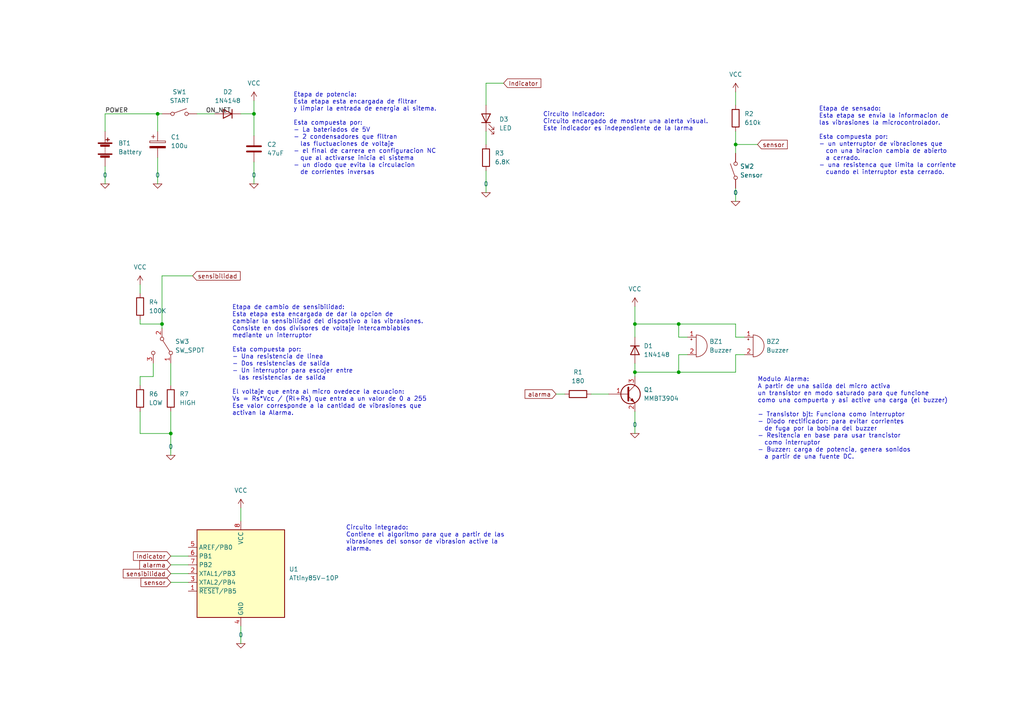
<source format=kicad_sch>
(kicad_sch (version 20211123) (generator eeschema)
  (paper "A4")
  (lib_symbols
    (symbol "Device:Battery" (pin_numbers hide) (pin_names (offset 0) hide)
      (property "Reference" "BT" (at 2.54 2.54 0))
      (property "Value" "Battery" (at 2.54 0 0))
      (symbol "Battery_0_1"
        (rectangle (start -2.032 -1.397) (end 2.032 -1.651) (fill (type outline)))
        (rectangle (start -2.032 1.778) (end 2.032 1.524) (fill (type outline)))
        (rectangle (start -1.3208 -1.9812) (end 1.27 -2.4892) (fill (type outline)))
        (rectangle (start -1.3208 1.1938) (end 1.27 0.6858) (fill (type outline)))
        (polyline (pts (xy 0 -1.524) (xy 0 -1.27)))
        (polyline (pts (xy 0 -1.016) (xy 0 -0.762)))
        (polyline (pts (xy 0 -0.508) (xy 0 -0.254)))
        (polyline (pts (xy 0 0) (xy 0 0.254)))
        (polyline (pts (xy 0 0.508) (xy 0 0.762)))
        (polyline (pts (xy 0 1.778) (xy 0 2.54)))
        (polyline (pts (xy 0.254 2.667) (xy 1.27 2.667)) (stroke (width 0.254)))
        (polyline (pts (xy 0.762 3.175) (xy 0.762 2.159)) (stroke (width 0.254)))
      )
      (symbol "Battery_1_1"
        (pin passive line (at 0 5.08 270) (length 2.54) (name "+") (number "1"))
        (pin passive line (at 0 -5.08 90) (length 2.54) (name "-") (number "2"))
      )
    )
    (symbol "Device:Buzzer" (pin_names (offset 0.0254) hide)
      (property "Reference" "BZ" (at 3.81 1.27 0))
      (property "Value" "Buzzer" (at 3.81 -1.27 0))
      (symbol "Buzzer_0_1"
        (arc (start 0 -3.175) (mid 3.175 0) (end 0 3.175))
        (polyline (pts (xy -1.651 1.905) (xy -1.143 1.905)))
        (polyline (pts (xy -1.397 2.159) (xy -1.397 1.651)))
        (polyline (pts (xy 0 3.175) (xy 0 -3.175)))
      )
      (symbol "Buzzer_1_1"
        (pin passive line (at -2.54 2.54 0) (length 2.54) (name "-") (number "1"))
        (pin passive line (at -2.54 -2.54 0) (length 2.54) (name "+") (number "2"))
      )
    )
    (symbol "Device:C" (pin_numbers hide) (pin_names (offset 0.254))
      (property "Reference" "C" (at 0.635 2.54 0))
      (property "Value" "C" (at 0.635 -2.54 0))
      (symbol "C_0_1"
        (polyline (pts (xy -2.032 -0.762) (xy 2.032 -0.762)) (stroke (width 0.508)))
        (polyline (pts (xy -2.032 0.762) (xy 2.032 0.762)) (stroke (width 0.508)))
      )
      (symbol "C_1_1"
        (pin passive line (at 0 3.81 270) (length 2.794) (name "~") (number "1"))
        (pin passive line (at 0 -3.81 90) (length 2.794) (name "~") (number "2"))
      )
    )
    (symbol "Device:C_Polarized" (pin_numbers hide) (pin_names (offset 0.254))
      (property "Reference" "C" (at 0.635 2.54 0))
      (property "Value" "C_Polarized" (at 0.635 -2.54 0))
      (symbol "C_Polarized_0_1"
        (rectangle (start -2.286 0.508) (end 2.286 1.016))
        (polyline (pts (xy -1.778 2.286) (xy -0.762 2.286)))
        (polyline (pts (xy -1.27 2.794) (xy -1.27 1.778)))
        (rectangle (start 2.286 -0.508) (end -2.286 -1.016) (fill (type outline)))
      )
      (symbol "C_Polarized_1_1"
        (pin passive line (at 0 3.81 270) (length 2.794) (name "~") (number "1"))
        (pin passive line (at 0 -3.81 90) (length 2.794) (name "~") (number "2"))
      )
    )
    (symbol "Device:LED" (pin_numbers hide) (pin_names (offset 1.016) hide)
      (property "Reference" "D" (at 0 2.54 0))
      (property "Value" "LED" (at 0 -2.54 0))
      (symbol "LED_0_1"
        (polyline (pts (xy -1.27 -1.27) (xy -1.27 1.27)) (stroke (width 0.254)))
        (polyline (pts (xy -1.27 0) (xy 1.27 0)))
        (polyline (pts (xy 1.27 -1.27) (xy 1.27 1.27) (xy -1.27 0) (xy 1.27 -1.27)) (stroke (width 0.254)))
        (polyline (pts (xy -3.048 -0.762) (xy -4.572 -2.286) (xy -3.81 -2.286) (xy -4.572 -2.286) (xy -4.572 -1.524)))
        (polyline (pts (xy -1.778 -0.762) (xy -3.302 -2.286) (xy -2.54 -2.286) (xy -3.302 -2.286) (xy -3.302 -1.524)))
      )
      (symbol "LED_1_1"
        (pin passive line (at -3.81 0 0) (length 2.54) (name "K") (number "1"))
        (pin passive line (at 3.81 0 180) (length 2.54) (name "A") (number "2"))
      )
    )
    (symbol "Device:R" (pin_numbers hide) (pin_names (offset 0))
      (property "Reference" "R" (at 2.032 0 90))
      (property "Value" "R" (at 0 0 90))
      (symbol "R_0_1"
        (rectangle (start -1.016 -2.54) (end 1.016 2.54) (stroke (width 0.254)))
      )
      (symbol "R_1_1"
        (pin passive line (at 0 3.81 270) (length 1.27) (name "~") (number "1"))
        (pin passive line (at 0 -3.81 90) (length 1.27) (name "~") (number "2"))
      )
    )
    (symbol "Diode:1N4148" (pin_numbers hide) (pin_names hide)
      (property "Reference" "D" (at 0 2.54 0))
      (property "Value" "1N4148" (at 0 -2.54 0))
      (symbol "1N4148_0_1"
        (polyline (pts (xy -1.27 1.27) (xy -1.27 -1.27)) (stroke (width 0.254)))
        (polyline (pts (xy 1.27 0) (xy -1.27 0)))
        (polyline (pts (xy 1.27 1.27) (xy 1.27 -1.27) (xy -1.27 0) (xy 1.27 1.27)) (stroke (width 0.254)))
      )
      (symbol "1N4148_1_1"
        (pin passive line (at -3.81 0 0) (length 2.54) (name "K") (number "1"))
        (pin passive line (at 3.81 0 180) (length 2.54) (name "A") (number "2"))
      )
    )
    (symbol "MCU_Microchip_ATtiny:ATtiny85V-10P"
      (property "Reference" "U" (at -12.7 13.97 0))
      (property "Value" "ATtiny85V-10P" (at 2.54 -13.97 0))
      (symbol "ATtiny85V-10P_0_1"
        (rectangle (start -12.7 -12.7) (end 12.7 12.7) (stroke (width 0.254)) (fill (type background)))
      )
      (symbol "ATtiny85V-10P_1_1"
        (pin bidirectional line (at 15.24 -5.08 180) (length 2.54) (name "~{RESET}/PB5") (number "1"))
        (pin bidirectional line (at 15.24 0 180) (length 2.54) (name "XTAL1/PB3") (number "2"))
        (pin bidirectional line (at 15.24 -2.54 180) (length 2.54) (name "XTAL2/PB4") (number "3"))
        (pin power_in line (at 0 -15.24 90) (length 2.54) (name "GND") (number "4"))
        (pin bidirectional line (at 15.24 7.62 180) (length 2.54) (name "AREF/PB0") (number "5"))
        (pin bidirectional line (at 15.24 5.08 180) (length 2.54) (name "PB1") (number "6"))
        (pin bidirectional line (at 15.24 2.54 180) (length 2.54) (name "PB2") (number "7"))
        (pin power_in line (at 0 15.24 270) (length 2.54) (name "VCC") (number "8"))
      )
    )
    (symbol "Switch:SW_SPDT" (pin_names (offset 0) hide)
      (property "Reference" "SW" (at 0 4.318 0))
      (property "Value" "SW_SPDT" (at 0 -5.08 0))
      (symbol "SW_SPDT_0_0"
        (circle (center -2.032 0) (radius 0.508))
        (circle (center 2.032 -2.54) (radius 0.508))
      )
      (symbol "SW_SPDT_0_1"
        (polyline (pts (xy -1.524 0.254) (xy 1.651 2.286)))
        (circle (center 2.032 2.54) (radius 0.508))
      )
      (symbol "SW_SPDT_1_1"
        (pin passive line (at 5.08 2.54 180) (length 2.54) (name "A") (number "1"))
        (pin passive line (at -5.08 0 0) (length 2.54) (name "B") (number "2"))
        (pin passive line (at 5.08 -2.54 180) (length 2.54) (name "C") (number "3"))
      )
    )
    (symbol "Switch:SW_custom_Push" (pin_numbers hide) (pin_names (offset 1.016) hide)
      (property "Reference" "SW" (at -0.254 3.048 0))
      (property "Value" "SW_custom_Push" (at 1.27 -1.524 0))
      (symbol "SW_custom_Push_0_1"
        (circle (center -0.762 0) (radius 0.508))
        (polyline (pts (xy -0.254 0.254) (xy 3.302 1.524)))
        (circle (center 3.302 0) (radius 0.508))
        (pin passive line (at -3.81 0 0) (length 2.54) (name "1") (number "1"))
        (pin passive line (at 6.35 0 180) (length 2.54) (name "2") (number "2"))
      )
    )
    (symbol "Transistor_BJT:MMBT3904" (pin_names (offset 0) hide)
      (property "Reference" "Q" (at 5.08 1.905 0))
      (property "Value" "MMBT3904" (at 5.08 0 0))
      (symbol "MMBT3904_0_1"
        (polyline (pts (xy 0.635 0.635) (xy 2.54 2.54)))
        (polyline (pts (xy 0.635 -0.635) (xy 2.54 -2.54) (xy 2.54 -2.54)))
        (polyline (pts (xy 0.635 1.905) (xy 0.635 -1.905) (xy 0.635 -1.905)) (stroke (width 0.508)))
        (polyline (pts (xy 1.27 -1.778) (xy 1.778 -1.27) (xy 2.286 -2.286) (xy 1.27 -1.778) (xy 1.27 -1.778)) (fill (type outline)))
        (circle (center 1.27 0) (radius 2.8194) (stroke (width 0.254)))
      )
      (symbol "MMBT3904_1_1"
        (pin input line (at -5.08 0 0) (length 5.715) (name "B") (number "1"))
        (pin passive line (at 2.54 -5.08 90) (length 2.54) (name "E") (number "2"))
        (pin passive line (at 2.54 5.08 270) (length 2.54) (name "C") (number "3"))
      )
    )
    (symbol "power:VCC" (power) (pin_names (offset 0))
      (property "Value" "VCC" (at 0 3.81 0))
      (symbol "VCC_0_1"
        (polyline (pts (xy -0.762 1.27) (xy 0 2.54)))
        (polyline (pts (xy 0 0) (xy 0 2.54)))
        (polyline (pts (xy 0 2.54) (xy 0.762 1.27)))
      )
      (symbol "VCC_1_1"
        (pin power_in line (at 0 0 90) (length 0) hide (name "VCC") (number "1"))
      )
    )
    (symbol "pspice:0" (power) (pin_names (offset 0))
      (property "Value" "0" (at 0 -1.778 0))
      (symbol "0_0_1"
        (polyline (pts (xy -1.27 0) (xy 0 -1.27) (xy 1.27 0) (xy -1.27 0)))
      )
      (symbol "0_1_1"
        (pin power_in line (at 0 0 0) (length 0) hide (name "0") (number "1"))
      )
    )
  )
  (junction (at 184.15 107.95))
  (junction (at 213.36 41.91))
  (junction (at 196.85 93.98))
  (junction (at 184.15 93.98))
  (junction (at 196.85 107.95))
  (junction (at 46.99 93.98))
  (junction (at 49.53 125.73))
  (junction (at 45.72 33.02))
  (junction (at 73.66 33.02))
  (wire (pts (xy 69.85 181.61) (xy 69.85 186.69)))
  (wire (pts (xy 40.64 109.22) (xy 40.64 111.76)))
  (wire (pts (xy 40.64 119.38) (xy 40.64 125.73)))
  (wire (pts (xy 213.36 41.91) (xy 213.36 44.45)))
  (wire (pts (xy 40.64 125.73) (xy 49.53 125.73)))
  (wire (pts (xy 184.15 119.38) (xy 184.15 125.73)))
  (wire (pts (xy 213.36 38.1) (xy 213.36 41.91)))
  (wire (pts (xy 40.64 92.71) (xy 40.64 93.98)))
  (wire (pts (xy 146.05 24.13) (xy 140.97 24.13)))
  (wire (pts (xy 140.97 24.13) (xy 140.97 30.48)))
  (wire (pts (xy 196.85 102.87) (xy 196.85 107.95)))
  (wire (pts (xy 196.85 107.95) (xy 213.36 107.95)))
  (wire (pts (xy 73.66 29.21) (xy 73.66 33.02)))
  (wire (pts (xy 49.53 163.83) (xy 54.61 163.83)))
  (wire (pts (xy 40.64 82.55) (xy 40.64 85.09)))
  (wire (pts (xy 46.99 95.25) (xy 46.99 93.98)))
  (wire (pts (xy 49.53 105.41) (xy 49.53 111.76)))
  (wire (pts (xy 184.15 93.98) (xy 184.15 97.79)))
  (wire (pts (xy 213.36 54.61) (xy 213.36 58.42)))
  (wire (pts (xy 219.71 41.91) (xy 213.36 41.91)))
  (wire (pts (xy 45.72 33.02) (xy 45.72 38.1)))
  (wire (pts (xy 49.53 161.29) (xy 54.61 161.29)))
  (wire (pts (xy 196.85 102.87) (xy 199.39 102.87)))
  (wire (pts (xy 30.48 48.26) (xy 30.48 53.34)))
  (wire (pts (xy 196.85 97.79) (xy 196.85 93.98)))
  (wire (pts (xy 184.15 93.98) (xy 196.85 93.98)))
  (wire (pts (xy 184.15 107.95) (xy 184.15 109.22)))
  (wire (pts (xy 215.9 102.87) (xy 213.36 102.87)))
  (wire (pts (xy 140.97 49.53) (xy 140.97 55.88)))
  (wire (pts (xy 184.15 88.9) (xy 184.15 93.98)))
  (wire (pts (xy 215.9 97.79) (xy 213.36 97.79)))
  (wire (pts (xy 45.72 33.02) (xy 46.99 33.02)))
  (wire (pts (xy 140.97 38.1) (xy 140.97 41.91)))
  (wire (pts (xy 161.29 114.3) (xy 163.83 114.3)))
  (wire (pts (xy 44.45 109.22) (xy 40.64 109.22)))
  (wire (pts (xy 46.99 80.01) (xy 46.99 93.98)))
  (wire (pts (xy 40.64 93.98) (xy 46.99 93.98)))
  (wire (pts (xy 30.48 33.02) (xy 45.72 33.02)))
  (wire (pts (xy 73.66 33.02) (xy 73.66 39.37)))
  (wire (pts (xy 213.36 102.87) (xy 213.36 107.95)))
  (wire (pts (xy 73.66 46.99) (xy 73.66 53.34)))
  (wire (pts (xy 213.36 97.79) (xy 213.36 93.98)))
  (wire (pts (xy 184.15 107.95) (xy 196.85 107.95)))
  (wire (pts (xy 184.15 105.41) (xy 184.15 107.95)))
  (wire (pts (xy 30.48 38.1) (xy 30.48 33.02)))
  (wire (pts (xy 49.53 119.38) (xy 49.53 125.73)))
  (wire (pts (xy 49.53 168.91) (xy 54.61 168.91)))
  (wire (pts (xy 213.36 26.67) (xy 213.36 30.48)))
  (wire (pts (xy 213.36 93.98) (xy 196.85 93.98)))
  (wire (pts (xy 57.15 33.02) (xy 62.23 33.02)))
  (wire (pts (xy 69.85 33.02) (xy 73.66 33.02)))
  (wire (pts (xy 49.53 125.73) (xy 49.53 132.08)))
  (wire (pts (xy 171.45 114.3) (xy 176.53 114.3)))
  (wire (pts (xy 44.45 105.41) (xy 44.45 109.22)))
  (wire (pts (xy 69.85 147.32) (xy 69.85 151.13)))
  (wire (pts (xy 49.53 166.37) (xy 54.61 166.37)))
  (wire (pts (xy 199.39 97.79) (xy 196.85 97.79)))
  (wire (pts (xy 55.88 80.01) (xy 46.99 80.01)))
  (wire (pts (xy 45.72 45.72) (xy 45.72 53.34)))
  (text "Etapa de cambio de sensibilidad:\nEsta etapa esta encargada de dar la opcion de \ncambiar la sensibilidad del dispostivo a las vibrasiones.\nConsiste en dos divisores de voltaje intercambiables\nmediante un interruptor\n\nEsta compuesta por: \n- Una resistencia de linea\n- Dos resistencias de salida\n- Un interruptor para escojer entre \n  las resistencias de salida\n\nEl voltaje que entra al micro ovedece la ecuacion:\nVs = Rs*Vcc / (Rl+Rs) que entra a un valor de 0 a 255\nEse valor corresponde a la cantidad de vibrasiones que \nactivan la Alarma." (at 67.31 120.65 0) (effects (font (size 1.27 1.27)) (justify left bottom)))
  (text "Etapa de potencia:\nEsta etapa esta encargada de filtrar\ny limpiar la entrada de energia al sitema. \n\nEsta compuesta por: \n- La bateriados de 5V\n- 2 condensadores que filtran \n  las fluctuaciones de voltaje\n- el final de carrera en configuracion NC\n  que al activarse inicia el sistema\n- un diodo que evita la circulacion\n  de corrientes inversas" (at 85.09 50.8 0) (effects (font (size 1.27 1.27)) (justify left bottom)))
  (text "Modulo Alarma:\nA partir de una salida del micro activa \nun transistor en modo saturado para que funcione\ncomo una compuerta y asi active una carga (el buzzer)\n\n- Transistor bjt: Funciona como interruptor\n- Diodo rectificador: para evitar corrientes \n  de fuga por la bobina del buzzer\n- Resitencia en base para usar trancistor \n  como interruptor\n- Buzzer: carga de potencia, genera sonidos\n  a partir de una fuente DC." (at 219.71 133.35 0) (effects (font (size 1.27 1.27)) (justify left bottom)))
  (text "Circuito integrado:\nContiene el algoritmo para que a partir de las\nvibrasiones del sonsor de vibrasion active la\nalarma." (at 100.33 160.02 0) (effects (font (size 1.27 1.27)) (justify left bottom)))
  (text "Circuito Indicador:\nCircuito encargado de mostrar una alerta visual.\nEste indicador es independiente de la larma\n" (at 157.48 38.1 0) (effects (font (size 1.27 1.27)) (justify left bottom)))
  (text "Etapa de sensado:\nEsta etapa se envia la informacion de \nlas vibrasiones la microcontrolador.\n\nEsta compuesta por: \n- un unterruptor de vibraciones que \n  con una biracion cambia de abierto \n  a cerrado.\n- una resistenca que limita la corriente \n  cuando el interruptor esta cerrado. " (at 237.49 50.8 0) (effects (font (size 1.27 1.27)) (justify left bottom)))
  (label "POWER" (at 30.48 33.02 0))
  (label "ON_NET" (at 59.69 33.02 0))
  (global_label "sensibilidad" (shape input) (at 55.88 80.01 0) (property "Intersheet References" "${INTERSHEET_REFS}" (effects hide)))
  (global_label "Indicator" (shape input) (at 146.05 24.13 0) (property "Intersheet References" "${INTERSHEET_REFS}" (effects hide)))
  (global_label "Indicator" (shape input) (at 49.53 161.29 180) (property "Intersheet References" "${INTERSHEET_REFS}" (effects hide)))
  (global_label "alarma" (shape input) (at 49.53 163.83 180) (property "Intersheet References" "${INTERSHEET_REFS}" (effects hide)))
  (global_label "sensor" (shape input) (at 219.71 41.91 0) (property "Intersheet References" "${INTERSHEET_REFS}" (effects hide)))
  (global_label "sensibilidad" (shape input) (at 49.53 166.37 180) (property "Intersheet References" "${INTERSHEET_REFS}" (effects hide)))
  (global_label "alarma" (shape input) (at 161.29 114.3 180) (property "Intersheet References" "${INTERSHEET_REFS}" (effects hide)))
  (global_label "sensor" (shape input) (at 49.53 168.91 180) (property "Intersheet References" "${INTERSHEET_REFS}" (effects hide)))
  (symbol (lib_id "power:VCC") (at 73.66 29.21 0) (unit 1)
    (property "Reference" "#PWR03" (effects hide))
    (property "Value" "VCC" (at 73.66 24.13 0))
  )
  (symbol (lib_id "Switch:SW_SPDT") (at 46.99 100.33 270) (unit 1)
    (property "Reference" "SW3" (at 50.8 99.0599 90) (effects (justify left)))
    (property "Value" "SW_SPDT" (at 50.8 101.5999 90) (effects (justify left)))
    (property "Footprint" "custom:SW-horizontal" (effects hide))
  )
  (symbol (lib_id "pspice:0") (at 30.48 53.34 0) (unit 1)
    (property "Reference" "#GND02" (effects hide))
    (property "Value" "0" (at 30.48 50.8 0))
  )
  (symbol (lib_id "power:VCC") (at 40.64 82.55 0) (unit 1)
    (property "Reference" "#PWR01" (effects hide))
    (property "Value" "VCC" (at 40.64 77.47 0))
  )
  (symbol (lib_id "Device:R") (at 40.64 115.57 0) (unit 1)
    (property "Reference" "R6" (at 43.18 114.2999 0) (effects (justify left)))
    (property "Value" "LOW" (at 43.18 116.8399 0) (effects (justify left)))
    (property "Footprint" "Resistor_SMD:R_1206_3216Metric" (effects hide))
  )
  (symbol (lib_id "pspice:0") (at 140.97 55.88 0) (unit 1)
    (property "Reference" "#GND07" (effects hide))
    (property "Value" "0" (at 140.97 53.34 0))
  )
  (symbol (lib_id "pspice:0") (at 184.15 125.73 0) (unit 1)
    (property "Reference" "#GND04" (effects hide))
    (property "Value" "0" (at 184.15 123.19 0))
  )
  (symbol (lib_id "Transistor_BJT:MMBT3904") (at 181.61 114.3 0) (unit 1)
    (property "Reference" "Q1" (at 186.69 113.0299 0) (effects (justify left)))
    (property "Value" "MMBT3904" (at 186.69 115.5699 0) (effects (justify left)))
    (property "Footprint" "Package_TO_SOT_SMD:SOT-23" (effects hide))
    (property "Datasheet" "https://www.onsemi.com/pub/Collateral/2N3903-D.PDF" (effects hide))
  )
  (symbol (lib_id "power:VCC") (at 69.85 147.32 0) (unit 1)
    (property "Reference" "#PWR05" (effects hide))
    (property "Value" "VCC" (at 69.85 142.24 0))
  )
  (symbol (lib_id "pspice:0") (at 69.85 186.69 0) (unit 1)
    (property "Reference" "#GND08" (effects hide))
    (property "Value" "0" (at 69.85 184.15 0))
  )
  (symbol (lib_id "Device:R") (at 40.64 88.9 0) (unit 1)
    (property "Reference" "R4" (at 43.18 87.6299 0) (effects (justify left)))
    (property "Value" "100K" (at 43.18 90.1699 0) (effects (justify left)))
    (property "Footprint" "Resistor_SMD:R_1206_3216Metric" (effects hide))
  )
  (symbol (lib_id "Device:Buzzer") (at 201.93 100.33 0) (unit 1)
    (property "Reference" "BZ1" (at 205.74 99.0599 0) (effects (justify left)))
    (property "Value" "Buzzer" (at 205.74 101.5999 0) (effects (justify left)))
    (property "Footprint" "Buzzer_Beeper:Buzzer_12x9.5RM7.6" (effects hide))
  )
  (symbol (lib_id "pspice:0") (at 45.72 53.34 0) (unit 1)
    (property "Reference" "#GND03" (effects hide))
    (property "Value" "0" (at 45.72 50.8 0))
  )
  (symbol (lib_id "pspice:0") (at 73.66 53.34 0) (unit 1)
    (property "Reference" "#GND05" (effects hide))
    (property "Value" "0" (at 73.66 50.8 0))
  )
  (symbol (lib_id "pspice:0") (at 49.53 132.08 0) (unit 1)
    (property "Reference" "#GND01" (effects hide))
    (property "Value" "0" (at 49.53 129.54 0))
  )
  (symbol (lib_id "Switch:SW_custom_Push") (at 213.36 50.8 90) (unit 1)
    (property "Reference" "SW2" (at 214.63 48.2599 90) (effects (justify right)))
    (property "Value" "Sensor" (at 214.63 50.7999 90) (effects (justify right)))
    (property "Footprint" "custom:WS420" (effects hide))
  )
  (symbol (lib_id "Diode:1N4148") (at 184.15 101.6 270) (unit 1)
    (property "Reference" "D1" (at 186.69 100.3299 90) (effects (justify left)))
    (property "Value" "1N4148" (at 186.69 102.8699 90) (effects (justify left)))
    (property "Footprint" "Diode_SMD:D_SOD-123" (effects hide))
    (property "Datasheet" "https://assets.nexperia.com/documents/data-sheet/1N4148_1N4448.pdf" (effects hide))
  )
  (symbol (lib_id "power:VCC") (at 213.36 26.67 0) (unit 1)
    (property "Reference" "#PWR04" (effects hide))
    (property "Value" "VCC" (at 213.36 21.59 0))
  )
  (symbol (lib_id "pspice:0") (at 213.36 58.42 0) (unit 1)
    (property "Reference" "#GND06" (effects hide))
    (property "Value" "0" (at 213.36 55.88 0))
  )
  (symbol (lib_id "Device:R") (at 167.64 114.3 90) (unit 1)
    (property "Reference" "R1" (at 167.64 107.95 90))
    (property "Value" "180" (at 167.64 110.49 90))
    (property "Footprint" "Resistor_SMD:R_1206_3216Metric" (effects hide))
  )
  (symbol (lib_id "Switch:SW_custom_Push") (at 50.8 33.02 0) (unit 1)
    (property "Reference" "SW1" (at 52.07 26.67 0))
    (property "Value" "START" (at 52.07 29.21 0))
    (property "Footprint" "custom:microswitch" (effects hide))
  )
  (symbol (lib_id "Device:Battery") (at 30.48 43.18 0) (unit 1)
    (property "Reference" "BT1" (at 34.29 41.5289 0) (effects (justify left)))
    (property "Value" "Battery" (at 34.29 44.0689 0) (effects (justify left)))
    (property "Footprint" "Connector_PinSocket_2.54mm:PinSocket_1x02_P2.54mm_Vertical_SMD_Pin1Left" (effects hide))
  )
  (symbol (lib_id "power:VCC") (at 184.15 88.9 0) (unit 1)
    (property "Reference" "#PWR02" (effects hide))
    (property "Value" "VCC" (at 184.15 83.82 0))
  )
  (symbol (lib_id "Diode:1N4148") (at 66.04 33.02 180) (unit 1)
    (property "Reference" "D2" (at 66.04 26.67 0))
    (property "Value" "1N4148" (at 66.04 29.21 0))
    (property "Footprint" "Diode_SMD:D_SOD-123" (effects hide))
    (property "Datasheet" "https://assets.nexperia.com/documents/data-sheet/1N4148_1N4448.pdf" (effects hide))
  )
  (symbol (lib_id "Device:C") (at 73.66 43.18 0) (unit 1)
    (property "Reference" "C2" (at 77.47 41.9099 0) (effects (justify left)))
    (property "Value" "47uF" (at 77.47 44.4499 0) (effects (justify left)))
    (property "Footprint" "Capacitor_SMD:C_0805_2012Metric" (effects hide))
  )
  (symbol (lib_id "Device:Buzzer") (at 218.44 100.33 0) (unit 1)
    (property "Reference" "BZ2" (at 222.25 99.0599 0) (effects (justify left)))
    (property "Value" "Buzzer" (at 222.25 101.5999 0) (effects (justify left)))
    (property "Footprint" "Buzzer_Beeper:Buzzer_12x9.5RM7.6" (effects hide))
  )
  (symbol (lib_id "MCU_Microchip_ATtiny:ATtiny85V-10P") (at 69.85 166.37 0) (mirror y) (unit 1)
    (property "Reference" "U1" (at 83.82 165.0999 0) (effects (justify right)))
    (property "Value" "ATtiny85V-10P" (at 83.82 167.6399 0) (effects (justify right)))
    (property "Footprint" "Package_SO:SOP-8_3.9x4.9mm_P1.27mm" (effects hide))
    (property "Datasheet" "http://ww1.microchip.com/downloads/en/DeviceDoc/atmel-2586-avr-8-bit-microcontroller-attiny25-attiny45-attiny85_datasheet.pdf" (effects hide))
  )
  (symbol (lib_id "Device:R") (at 49.53 115.57 0) (unit 1)
    (property "Reference" "R7" (at 52.07 114.2999 0) (effects (justify left)))
    (property "Value" "HIGH" (at 52.07 116.8399 0) (effects (justify left)))
    (property "Footprint" "Resistor_SMD:R_1206_3216Metric" (effects hide))
  )
  (symbol (lib_id "Device:R") (at 213.36 34.29 0) (unit 1)
    (property "Reference" "R2" (at 215.9 33.0199 0) (effects (justify left)))
    (property "Value" "610k" (at 215.9 35.5599 0) (effects (justify left)))
    (property "Footprint" "Resistor_SMD:R_1206_3216Metric" (effects hide))
  )
  (symbol (lib_id "Device:LED") (at 140.97 34.29 90) (unit 1)
    (property "Reference" "D3" (at 144.78 34.6074 90) (effects (justify right)))
    (property "Value" "LED" (at 144.78 37.1474 90) (effects (justify right)))
    (property "Footprint" "LED_THT:LED_D3.0mm_Horizontal_O3.81mm_Z2.0mm" (effects hide))
  )
  (symbol (lib_id "Device:C_Polarized") (at 45.72 41.91 0) (unit 1)
    (property "Reference" "C1" (at 49.53 39.7509 0) (effects (justify left)))
    (property "Value" "100u" (at 49.53 42.2909 0) (effects (justify left)))
    (property "Footprint" "Capacitor_SMD:CP_Elec_6.3x5.4" (effects hide))
  )
  (symbol (lib_id "Device:R") (at 140.97 45.72 0) (unit 1)
    (property "Reference" "R3" (at 143.51 44.4499 0) (effects (justify left)))
    (property "Value" "6.8K" (at 143.51 46.9899 0) (effects (justify left)))
    (property "Footprint" "Resistor_SMD:R_1206_3216Metric" (effects hide))
  )
)
</source>
